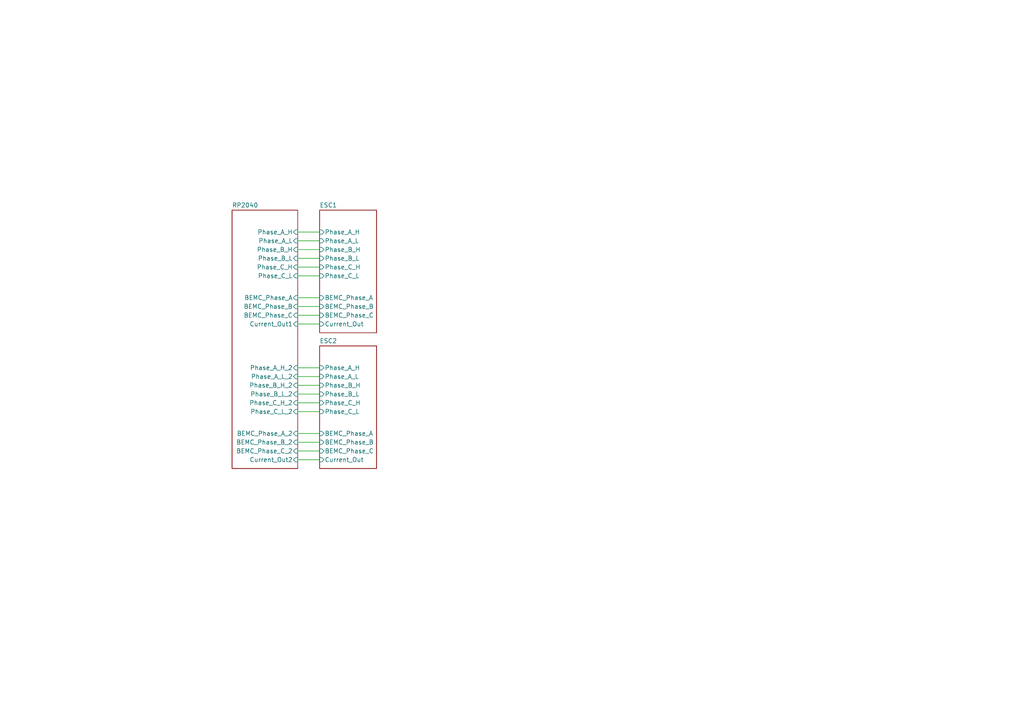
<source format=kicad_sch>
(kicad_sch (version 20211123) (generator eeschema)
  (paper "A4")
  (lib_symbols)
  (wire (pts (xy 86.36 119.38) (xy 92.71 119.38)))
  (wire (pts (xy 86.36 69.85) (xy 92.71 69.85)))
  (wire (pts (xy 86.36 125.73) (xy 92.71 125.73)))
  (wire (pts (xy 86.36 74.93) (xy 92.71 74.93)))
  (wire (pts (xy 86.36 67.31) (xy 92.71 67.31)))
  (wire (pts (xy 86.36 93.98) (xy 92.71 93.98)))
  (wire (pts (xy 86.36 72.39) (xy 92.71 72.39)))
  (wire (pts (xy 86.36 133.35) (xy 92.71 133.35)))
  (wire (pts (xy 86.36 116.84) (xy 92.71 116.84)))
  (wire (pts (xy 86.36 88.9) (xy 92.71 88.9)))
  (wire (pts (xy 86.36 128.27) (xy 92.71 128.27)))
  (wire (pts (xy 86.36 86.36) (xy 92.71 86.36)))
  (wire (pts (xy 86.36 111.76) (xy 92.71 111.76)))
  (wire (pts (xy 86.36 77.47) (xy 92.71 77.47)))
  (wire (pts (xy 86.36 80.01) (xy 92.71 80.01)))
  (wire (pts (xy 86.36 130.81) (xy 92.71 130.81)))
  (wire (pts (xy 86.36 109.22) (xy 92.71 109.22)))
  (wire (pts (xy 86.36 91.44) (xy 92.71 91.44)))
  (wire (pts (xy 86.36 106.68) (xy 92.71 106.68)))
  (wire (pts (xy 86.36 114.3) (xy 92.71 114.3)))
  (sheet (at 92.71 60.96) (size 16.51 35.56) (stroke (width 0.1524))
    (property "Sheet name" "ESC1" (at 92.71 60.2484 0) (effects (justify left bottom)))
    (property "Sheet file" "ESC1.kicad_sch" (effects hide))
    (pin "Phase_A_L" input (at 92.71 69.85 180))
    (pin "Phase_A_H" input (at 92.71 67.31 180))
    (pin "Phase_B_H" input (at 92.71 72.39 180))
    (pin "Phase_B_L" input (at 92.71 74.93 180))
    (pin "Phase_C_H" input (at 92.71 77.47 180))
    (pin "Phase_C_L" input (at 92.71 80.01 180))
    (pin "BEMC_Phase_B" input (at 92.71 88.9 180))
    (pin "BEMC_Phase_C" input (at 92.71 91.44 180))
    (pin "BEMC_Phase_A" input (at 92.71 86.36 180))
    (pin "Current_Out" input (at 92.71 93.98 180))
  )
  (sheet (at 92.71 100.33) (size 16.51 35.56) (stroke (width 0.1524))
    (property "Sheet name" "ESC2" (at 92.71 99.6184 0) (effects (justify left bottom)))
    (property "Sheet file" "ESC1.kicad_sch" (effects hide))
    (pin "Phase_A_L" input (at 92.71 109.22 180))
    (pin "Phase_A_H" input (at 92.71 106.68 180))
    (pin "Phase_B_H" input (at 92.71 111.76 180))
    (pin "Phase_B_L" input (at 92.71 114.3 180))
    (pin "Phase_C_H" input (at 92.71 116.84 180))
    (pin "Phase_C_L" input (at 92.71 119.38 180))
    (pin "BEMC_Phase_B" input (at 92.71 128.27 180))
    (pin "BEMC_Phase_C" input (at 92.71 130.81 180))
    (pin "BEMC_Phase_A" input (at 92.71 125.73 180))
    (pin "Current_Out" input (at 92.71 133.35 180))
  )
  (sheet (at 67.31 60.96) (size 19.05 74.93) (stroke (width 0.1524))
    (property "Sheet name" "RP2040" (at 67.31 60.2484 0) (effects (justify left bottom)))
    (property "Sheet file" "RP2040.kicad_sch" (effects hide))
    (pin "Phase_B_H" input (at 86.36 72.39 0))
    (pin "Phase_C_H" input (at 86.36 77.47 0))
    (pin "Phase_B_L" input (at 86.36 74.93 0))
    (pin "Phase_A_L" input (at 86.36 69.85 0))
    (pin "Phase_A_H" input (at 86.36 67.31 0))
    (pin "Phase_C_L" input (at 86.36 80.01 0))
    (pin "BEMC_Phase_A" input (at 86.36 86.36 0))
    (pin "BEMC_Phase_C" input (at 86.36 91.44 0))
    (pin "BEMC_Phase_B" input (at 86.36 88.9 0))
    (pin "Current_Out1" input (at 86.36 93.98 0))
    (pin "Current_Out2" input (at 86.36 133.35 0))
    (pin "Phase_A_L_2" input (at 86.36 109.22 0))
    (pin "Phase_A_H_2" input (at 86.36 106.68 0))
    (pin "Phase_B_H_2" input (at 86.36 111.76 0))
    (pin "Phase_B_L_2" input (at 86.36 114.3 0))
    (pin "Phase_C_H_2" input (at 86.36 116.84 0))
    (pin "BEMC_Phase_A_2" input (at 86.36 125.73 0))
    (pin "Phase_C_L_2" input (at 86.36 119.38 0))
    (pin "BEMC_Phase_B_2" input (at 86.36 128.27 0))
    (pin "BEMC_Phase_C_2" input (at 86.36 130.81 0))
  )
)
</source>
